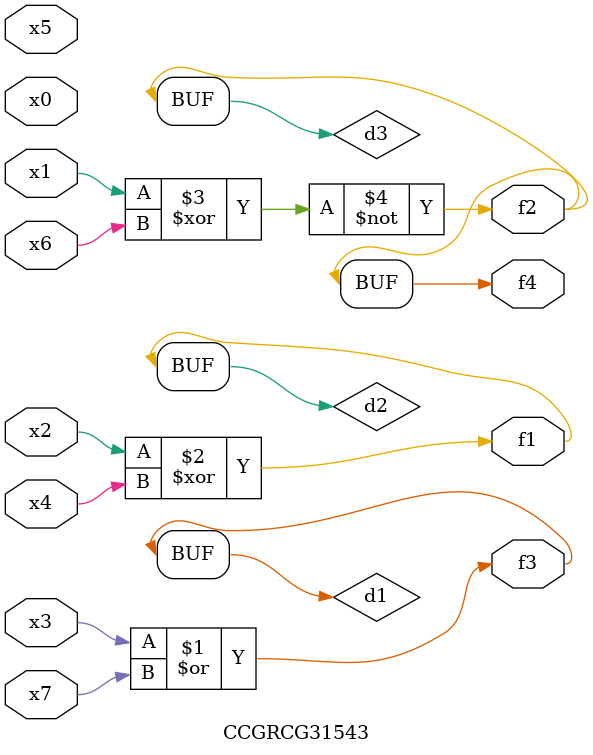
<source format=v>
module CCGRCG31543(
	input x0, x1, x2, x3, x4, x5, x6, x7,
	output f1, f2, f3, f4
);

	wire d1, d2, d3;

	or (d1, x3, x7);
	xor (d2, x2, x4);
	xnor (d3, x1, x6);
	assign f1 = d2;
	assign f2 = d3;
	assign f3 = d1;
	assign f4 = d3;
endmodule

</source>
